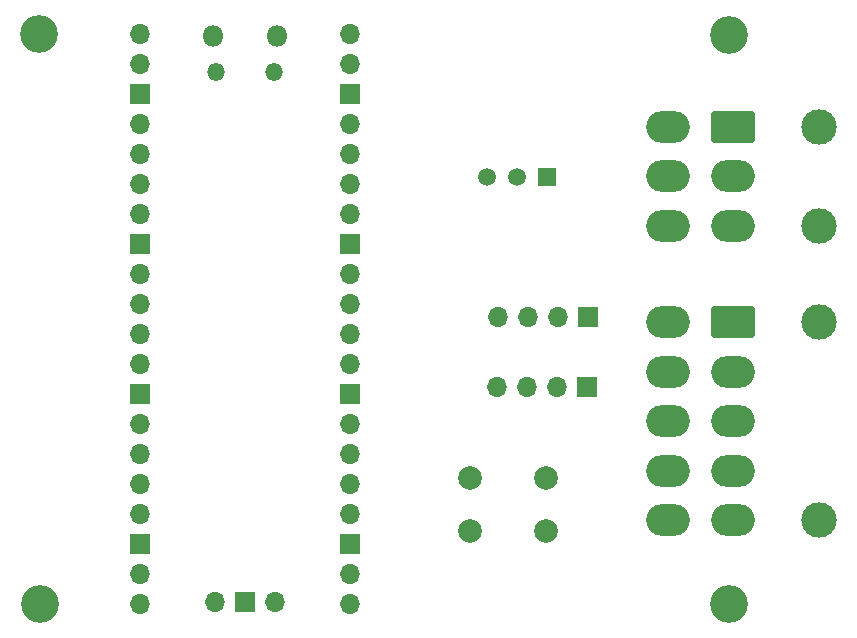
<source format=gbr>
%TF.GenerationSoftware,KiCad,Pcbnew,8.99.0-1891-ge2bd76bdce*%
%TF.CreationDate,2024-09-02T10:31:20+03:00*%
%TF.ProjectId,diagnostic_tester,64696167-6e6f-4737-9469-635f74657374,rev?*%
%TF.SameCoordinates,Original*%
%TF.FileFunction,Soldermask,Bot*%
%TF.FilePolarity,Negative*%
%FSLAX46Y46*%
G04 Gerber Fmt 4.6, Leading zero omitted, Abs format (unit mm)*
G04 Created by KiCad (PCBNEW 8.99.0-1891-ge2bd76bdce) date 2024-09-02 10:31:20*
%MOMM*%
%LPD*%
G01*
G04 APERTURE LIST*
G04 Aperture macros list*
%AMRoundRect*
0 Rectangle with rounded corners*
0 $1 Rounding radius*
0 $2 $3 $4 $5 $6 $7 $8 $9 X,Y pos of 4 corners*
0 Add a 4 corners polygon primitive as box body*
4,1,4,$2,$3,$4,$5,$6,$7,$8,$9,$2,$3,0*
0 Add four circle primitives for the rounded corners*
1,1,$1+$1,$2,$3*
1,1,$1+$1,$4,$5*
1,1,$1+$1,$6,$7*
1,1,$1+$1,$8,$9*
0 Add four rect primitives between the rounded corners*
20,1,$1+$1,$2,$3,$4,$5,0*
20,1,$1+$1,$4,$5,$6,$7,0*
20,1,$1+$1,$6,$7,$8,$9,0*
20,1,$1+$1,$8,$9,$2,$3,0*%
G04 Aperture macros list end*
%ADD10C,3.000000*%
%ADD11RoundRect,0.250001X-1.599999X1.099999X-1.599999X-1.099999X1.599999X-1.099999X1.599999X1.099999X0*%
%ADD12O,3.700000X2.700000*%
%ADD13C,2.000000*%
%ADD14C,3.200000*%
%ADD15R,1.700000X1.700000*%
%ADD16O,1.700000X1.700000*%
%ADD17R,1.500000X1.500000*%
%ADD18C,1.500000*%
%ADD19O,1.800000X1.800000*%
%ADD20O,1.500000X1.500000*%
G04 APERTURE END LIST*
D10*
%TO.C,J4*%
X112585000Y-63790000D03*
X112585000Y-80590000D03*
D11*
X105285000Y-63790000D03*
D12*
X105285000Y-67990000D03*
X105285000Y-72190000D03*
X105285000Y-76390000D03*
X105285000Y-80590000D03*
X99785000Y-63790000D03*
X99785000Y-67990000D03*
X99785000Y-72190000D03*
X99785000Y-76390000D03*
X99785000Y-80590000D03*
%TD*%
D13*
%TO.C,SW1*%
X89500000Y-81500000D03*
X83000000Y-81500000D03*
X89500000Y-77000000D03*
X83000000Y-77000000D03*
%TD*%
D14*
%TO.C,H1*%
X104940000Y-39450000D03*
%TD*%
%TO.C,H3*%
X46590000Y-87630000D03*
%TD*%
D15*
%TO.C,J1*%
X93000000Y-63400000D03*
D16*
X90460000Y-63400000D03*
X87920000Y-63400000D03*
X85380000Y-63400000D03*
%TD*%
D17*
%TO.C,U2*%
X89580000Y-51500000D03*
D18*
X87040000Y-51500000D03*
X84500000Y-51500000D03*
%TD*%
D15*
%TO.C,J2*%
X92970000Y-69320000D03*
D16*
X90430000Y-69320000D03*
X87890000Y-69320000D03*
X85350000Y-69320000D03*
%TD*%
D10*
%TO.C,J3*%
X112585000Y-47250000D03*
X112585000Y-55650000D03*
D11*
X105285000Y-47250000D03*
D12*
X105285000Y-51450000D03*
X105285000Y-55650000D03*
X99785000Y-47250000D03*
X99785000Y-51450000D03*
X99785000Y-55650000D03*
%TD*%
D14*
%TO.C,H4*%
X104960000Y-87660000D03*
%TD*%
D19*
%TO.C,U3*%
X61250000Y-39570000D03*
D20*
X61550000Y-42600000D03*
X66400000Y-42600000D03*
D19*
X66700000Y-39570000D03*
D16*
X55085000Y-39440000D03*
X55085000Y-41980000D03*
D15*
X55085000Y-44520000D03*
D16*
X55085000Y-47060000D03*
X55085000Y-49600000D03*
X55085000Y-52140000D03*
X55085000Y-54680000D03*
D15*
X55085000Y-57220000D03*
D16*
X55085000Y-59760000D03*
X55085000Y-62300000D03*
X55085000Y-64840000D03*
X55085000Y-67380000D03*
D15*
X55085000Y-69920000D03*
D16*
X55085000Y-72460000D03*
X55085000Y-75000000D03*
X55085000Y-77540000D03*
X55085000Y-80080000D03*
D15*
X55085000Y-82620000D03*
D16*
X55085000Y-85160000D03*
X55085000Y-87700000D03*
X72865000Y-87700000D03*
X72865000Y-85160000D03*
D15*
X72865000Y-82620000D03*
D16*
X72865000Y-80080000D03*
X72865000Y-77540000D03*
X72865000Y-75000000D03*
X72865000Y-72460000D03*
D15*
X72865000Y-69920000D03*
D16*
X72865000Y-67380000D03*
X72865000Y-64840000D03*
X72865000Y-62300000D03*
X72865000Y-59760000D03*
D15*
X72865000Y-57220000D03*
D16*
X72865000Y-54680000D03*
X72865000Y-52140000D03*
X72865000Y-49600000D03*
X72865000Y-47060000D03*
D15*
X72865000Y-44520000D03*
D16*
X72865000Y-41980000D03*
X72865000Y-39440000D03*
X61435000Y-87470000D03*
D15*
X63975000Y-87470000D03*
D16*
X66515000Y-87470000D03*
%TD*%
D14*
%TO.C,H2*%
X46560000Y-39440000D03*
%TD*%
M02*

</source>
